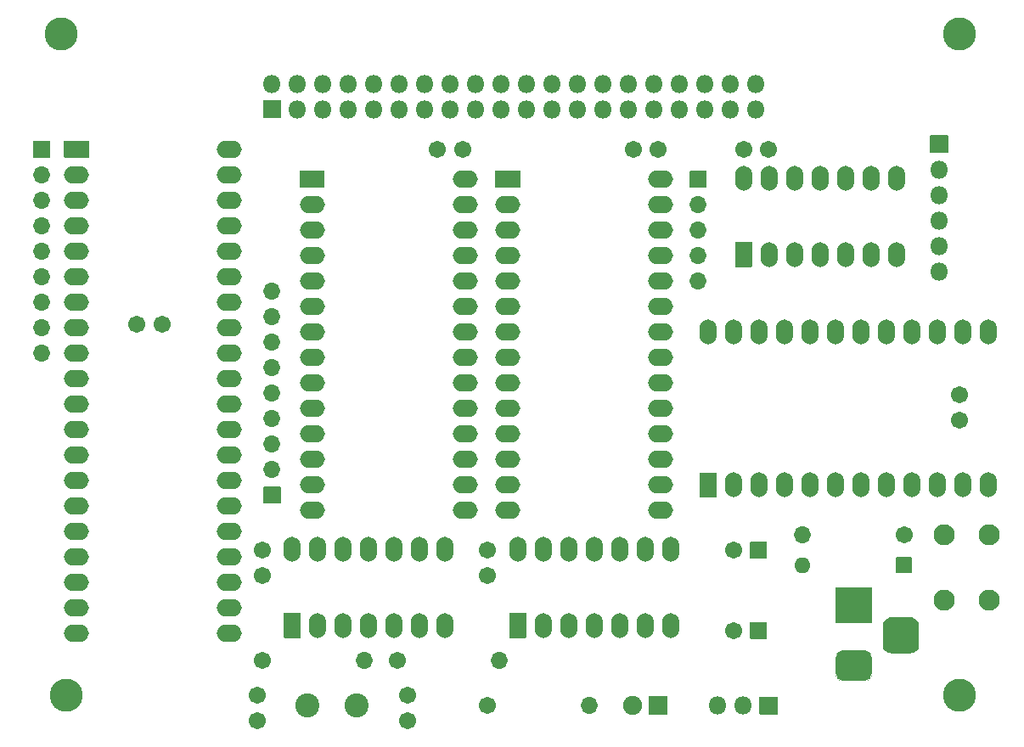
<source format=gts>
G04 #@! TF.GenerationSoftware,KiCad,Pcbnew,(5.1.10-1-10_14)*
G04 #@! TF.CreationDate,2021-12-18T16:14:33+09:00*
G04 #@! TF.ProjectId,K65-SBC,4b36352d-5342-4432-9e6b-696361645f70,rev?*
G04 #@! TF.SameCoordinates,PX5f5e100PY7a12000*
G04 #@! TF.FileFunction,Soldermask,Top*
G04 #@! TF.FilePolarity,Negative*
%FSLAX46Y46*%
G04 Gerber Fmt 4.6, Leading zero omitted, Abs format (unit mm)*
G04 Created by KiCad (PCBNEW (5.1.10-1-10_14)) date 2021-12-18 16:14:33*
%MOMM*%
%LPD*%
G01*
G04 APERTURE LIST*
%ADD10O,2.502000X1.702000*%
%ADD11C,2.402000*%
%ADD12O,1.702000X2.502000*%
%ADD13O,1.802000X1.802000*%
%ADD14C,2.102000*%
%ADD15O,1.702000X1.702000*%
%ADD16C,1.702000*%
%ADD17C,3.302000*%
%ADD18C,1.902000*%
%ADD19O,1.602000X1.602000*%
%ADD20C,0.100000*%
G04 APERTURE END LIST*
D10*
X64740000Y56000000D03*
X49500000Y22980000D03*
X64740000Y53460000D03*
X49500000Y25520000D03*
X64740000Y50920000D03*
X49500000Y28060000D03*
X64740000Y48380000D03*
X49500000Y30600000D03*
X64740000Y45840000D03*
X49500000Y33140000D03*
X64740000Y43300000D03*
X49500000Y35680000D03*
X64740000Y40760000D03*
X49500000Y38220000D03*
X64740000Y38220000D03*
X49500000Y40760000D03*
X64740000Y35680000D03*
X49500000Y43300000D03*
X64740000Y33140000D03*
X49500000Y45840000D03*
X64740000Y30600000D03*
X49500000Y48380000D03*
X64740000Y28060000D03*
X49500000Y50920000D03*
X64740000Y25520000D03*
X49500000Y53460000D03*
X64740000Y22980000D03*
G36*
G01*
X48249000Y55200000D02*
X48249000Y56800000D01*
G75*
G02*
X48300000Y56851000I51000J0D01*
G01*
X50700000Y56851000D01*
G75*
G02*
X50751000Y56800000I0J-51000D01*
G01*
X50751000Y55200000D01*
G75*
G02*
X50700000Y55149000I-51000J0D01*
G01*
X48300000Y55149000D01*
G75*
G02*
X48249000Y55200000I0J51000D01*
G01*
G37*
D11*
X34400000Y3500000D03*
X29500000Y3500000D03*
D12*
X28000000Y19120000D03*
X43240000Y11500000D03*
X30540000Y19120000D03*
X40700000Y11500000D03*
X33080000Y19120000D03*
X38160000Y11500000D03*
X35620000Y19120000D03*
X35620000Y11500000D03*
X38160000Y19120000D03*
X33080000Y11500000D03*
X40700000Y19120000D03*
X30540000Y11500000D03*
X43240000Y19120000D03*
G36*
G01*
X28800000Y10249000D02*
X27200000Y10249000D01*
G75*
G02*
X27149000Y10300000I0J51000D01*
G01*
X27149000Y12700000D01*
G75*
G02*
X27200000Y12751000I51000J0D01*
G01*
X28800000Y12751000D01*
G75*
G02*
X28851000Y12700000I0J-51000D01*
G01*
X28851000Y10300000D01*
G75*
G02*
X28800000Y10249000I-51000J0D01*
G01*
G37*
X50500000Y19120000D03*
X65740000Y11500000D03*
X53040000Y19120000D03*
X63200000Y11500000D03*
X55580000Y19120000D03*
X60660000Y11500000D03*
X58120000Y19120000D03*
X58120000Y11500000D03*
X60660000Y19120000D03*
X55580000Y11500000D03*
X63200000Y19120000D03*
X53040000Y11500000D03*
X65740000Y19120000D03*
G36*
G01*
X51300000Y10249000D02*
X49700000Y10249000D01*
G75*
G02*
X49649000Y10300000I0J51000D01*
G01*
X49649000Y12700000D01*
G75*
G02*
X49700000Y12751000I51000J0D01*
G01*
X51300000Y12751000D01*
G75*
G02*
X51351000Y12700000I0J-51000D01*
G01*
X51351000Y10300000D01*
G75*
G02*
X51300000Y10249000I-51000J0D01*
G01*
G37*
X73000000Y56120000D03*
X88240000Y48500000D03*
X75540000Y56120000D03*
X85700000Y48500000D03*
X78080000Y56120000D03*
X83160000Y48500000D03*
X80620000Y56120000D03*
X80620000Y48500000D03*
X83160000Y56120000D03*
X78080000Y48500000D03*
X85700000Y56120000D03*
X75540000Y48500000D03*
X88240000Y56120000D03*
G36*
G01*
X73800000Y47249000D02*
X72200000Y47249000D01*
G75*
G02*
X72149000Y47300000I0J51000D01*
G01*
X72149000Y49700000D01*
G75*
G02*
X72200000Y49751000I51000J0D01*
G01*
X73800000Y49751000D01*
G75*
G02*
X73851000Y49700000I0J-51000D01*
G01*
X73851000Y47300000D01*
G75*
G02*
X73800000Y47249000I-51000J0D01*
G01*
G37*
D10*
X21740000Y59000000D03*
X6500000Y10740000D03*
X21740000Y56460000D03*
X6500000Y13280000D03*
X21740000Y53920000D03*
X6500000Y15820000D03*
X21740000Y51380000D03*
X6500000Y18360000D03*
X21740000Y48840000D03*
X6500000Y20900000D03*
X21740000Y46300000D03*
X6500000Y23440000D03*
X21740000Y43760000D03*
X6500000Y25980000D03*
X21740000Y41220000D03*
X6500000Y28520000D03*
X21740000Y38680000D03*
X6500000Y31060000D03*
X21740000Y36140000D03*
X6500000Y33600000D03*
X21740000Y33600000D03*
X6500000Y36140000D03*
X21740000Y31060000D03*
X6500000Y38680000D03*
X21740000Y28520000D03*
X6500000Y41220000D03*
X21740000Y25980000D03*
X6500000Y43760000D03*
X21740000Y23440000D03*
X6500000Y46300000D03*
X21740000Y20900000D03*
X6500000Y48840000D03*
X21740000Y18360000D03*
X6500000Y51380000D03*
X21740000Y15820000D03*
X6500000Y53920000D03*
X21740000Y13280000D03*
X6500000Y56460000D03*
X21740000Y10740000D03*
G36*
G01*
X5249000Y58200000D02*
X5249000Y59800000D01*
G75*
G02*
X5300000Y59851000I51000J0D01*
G01*
X7700000Y59851000D01*
G75*
G02*
X7751000Y59800000I0J-51000D01*
G01*
X7751000Y58200000D01*
G75*
G02*
X7700000Y58149000I-51000J0D01*
G01*
X5300000Y58149000D01*
G75*
G02*
X5249000Y58200000I0J51000D01*
G01*
G37*
D12*
X69500000Y40740000D03*
X97440000Y25500000D03*
X72040000Y40740000D03*
X94900000Y25500000D03*
X74580000Y40740000D03*
X92360000Y25500000D03*
X77120000Y40740000D03*
X89820000Y25500000D03*
X79660000Y40740000D03*
X87280000Y25500000D03*
X82200000Y40740000D03*
X84740000Y25500000D03*
X84740000Y40740000D03*
X82200000Y25500000D03*
X87280000Y40740000D03*
X79660000Y25500000D03*
X89820000Y40740000D03*
X77120000Y25500000D03*
X92360000Y40740000D03*
X74580000Y25500000D03*
X94900000Y40740000D03*
X72040000Y25500000D03*
X97440000Y40740000D03*
G36*
G01*
X70300000Y24249000D02*
X68700000Y24249000D01*
G75*
G02*
X68649000Y24300000I0J51000D01*
G01*
X68649000Y26700000D01*
G75*
G02*
X68700000Y26751000I51000J0D01*
G01*
X70300000Y26751000D01*
G75*
G02*
X70351000Y26700000I0J-51000D01*
G01*
X70351000Y24300000D01*
G75*
G02*
X70300000Y24249000I-51000J0D01*
G01*
G37*
D10*
X45240000Y56000000D03*
X30000000Y22980000D03*
X45240000Y53460000D03*
X30000000Y25520000D03*
X45240000Y50920000D03*
X30000000Y28060000D03*
X45240000Y48380000D03*
X30000000Y30600000D03*
X45240000Y45840000D03*
X30000000Y33140000D03*
X45240000Y43300000D03*
X30000000Y35680000D03*
X45240000Y40760000D03*
X30000000Y38220000D03*
X45240000Y38220000D03*
X30000000Y40760000D03*
X45240000Y35680000D03*
X30000000Y43300000D03*
X45240000Y33140000D03*
X30000000Y45840000D03*
X45240000Y30600000D03*
X30000000Y48380000D03*
X45240000Y28060000D03*
X30000000Y50920000D03*
X45240000Y25520000D03*
X30000000Y53460000D03*
X45240000Y22980000D03*
G36*
G01*
X28749000Y55200000D02*
X28749000Y56800000D01*
G75*
G02*
X28800000Y56851000I51000J0D01*
G01*
X31200000Y56851000D01*
G75*
G02*
X31251000Y56800000I0J-51000D01*
G01*
X31251000Y55200000D01*
G75*
G02*
X31200000Y55149000I-51000J0D01*
G01*
X28800000Y55149000D01*
G75*
G02*
X28749000Y55200000I0J51000D01*
G01*
G37*
D13*
X70420000Y3500000D03*
X72960000Y3500000D03*
G36*
G01*
X74650000Y4401000D02*
X76350000Y4401000D01*
G75*
G02*
X76401000Y4350000I0J-51000D01*
G01*
X76401000Y2650000D01*
G75*
G02*
X76350000Y2599000I-51000J0D01*
G01*
X74650000Y2599000D01*
G75*
G02*
X74599000Y2650000I0J51000D01*
G01*
X74599000Y4350000D01*
G75*
G02*
X74650000Y4401000I51000J0D01*
G01*
G37*
D14*
X97500000Y14000000D03*
X93000000Y14000000D03*
X97500000Y20500000D03*
X93000000Y20500000D03*
D15*
X26000000Y44820000D03*
X26000000Y42280000D03*
X26000000Y39740000D03*
X26000000Y37200000D03*
X26000000Y34660000D03*
X26000000Y32120000D03*
X26000000Y29580000D03*
X26000000Y27040000D03*
G36*
G01*
X26800000Y23649000D02*
X25200000Y23649000D01*
G75*
G02*
X25149000Y23700000I0J51000D01*
G01*
X25149000Y25300000D01*
G75*
G02*
X25200000Y25351000I51000J0D01*
G01*
X26800000Y25351000D01*
G75*
G02*
X26851000Y25300000I0J-51000D01*
G01*
X26851000Y23700000D01*
G75*
G02*
X26800000Y23649000I-51000J0D01*
G01*
G37*
X3000000Y38680000D03*
X3000000Y41220000D03*
X3000000Y43760000D03*
X3000000Y46300000D03*
X3000000Y48840000D03*
X3000000Y51380000D03*
X3000000Y53920000D03*
X3000000Y56460000D03*
G36*
G01*
X2200000Y59851000D02*
X3800000Y59851000D01*
G75*
G02*
X3851000Y59800000I0J-51000D01*
G01*
X3851000Y58200000D01*
G75*
G02*
X3800000Y58149000I-51000J0D01*
G01*
X2200000Y58149000D01*
G75*
G02*
X2149000Y58200000I0J51000D01*
G01*
X2149000Y59800000D01*
G75*
G02*
X2200000Y59851000I51000J0D01*
G01*
G37*
X68500000Y45840000D03*
X68500000Y48380000D03*
X68500000Y50920000D03*
X68500000Y53460000D03*
G36*
G01*
X67700000Y56851000D02*
X69300000Y56851000D01*
G75*
G02*
X69351000Y56800000I0J-51000D01*
G01*
X69351000Y55200000D01*
G75*
G02*
X69300000Y55149000I-51000J0D01*
G01*
X67700000Y55149000D01*
G75*
G02*
X67649000Y55200000I0J51000D01*
G01*
X67649000Y56800000D01*
G75*
G02*
X67700000Y56851000I51000J0D01*
G01*
G37*
X57660000Y3500000D03*
D16*
X47500000Y3500000D03*
D15*
X35160000Y8000000D03*
D16*
X25000000Y8000000D03*
D15*
X48660000Y8000000D03*
D16*
X38500000Y8000000D03*
D15*
X78840000Y20500000D03*
D16*
X89000000Y20500000D03*
G36*
G01*
X89600500Y8699000D02*
X87799500Y8699000D01*
G75*
G02*
X86899000Y9599500I0J900500D01*
G01*
X86899000Y11400500D01*
G75*
G02*
X87799500Y12301000I900500J0D01*
G01*
X89600500Y12301000D01*
G75*
G02*
X90501000Y11400500I0J-900500D01*
G01*
X90501000Y9599500D01*
G75*
G02*
X89600500Y8699000I-900500J0D01*
G01*
G37*
G36*
G01*
X85025500Y5949000D02*
X82974500Y5949000D01*
G75*
G02*
X82199000Y6724500I0J775500D01*
G01*
X82199000Y8275500D01*
G75*
G02*
X82974500Y9051000I775500J0D01*
G01*
X85025500Y9051000D01*
G75*
G02*
X85801000Y8275500I0J-775500D01*
G01*
X85801000Y6724500D01*
G75*
G02*
X85025500Y5949000I-775500J0D01*
G01*
G37*
G36*
G01*
X85750000Y11699000D02*
X82250000Y11699000D01*
G75*
G02*
X82199000Y11750000I0J51000D01*
G01*
X82199000Y15250000D01*
G75*
G02*
X82250000Y15301000I51000J0D01*
G01*
X85750000Y15301000D01*
G75*
G02*
X85801000Y15250000I0J-51000D01*
G01*
X85801000Y11750000D01*
G75*
G02*
X85750000Y11699000I-51000J0D01*
G01*
G37*
D13*
X74260000Y65540000D03*
X74260000Y63000000D03*
X71720000Y65540000D03*
X71720000Y63000000D03*
X69180000Y65540000D03*
X69180000Y63000000D03*
X66640000Y65540000D03*
X66640000Y63000000D03*
X64100000Y65540000D03*
X64100000Y63000000D03*
X61560000Y65540000D03*
X61560000Y63000000D03*
X59020000Y65540000D03*
X59020000Y63000000D03*
X56480000Y65540000D03*
X56480000Y63000000D03*
X53940000Y65540000D03*
X53940000Y63000000D03*
X51400000Y65540000D03*
X51400000Y63000000D03*
X48860000Y65540000D03*
X48860000Y63000000D03*
X46320000Y65540000D03*
X46320000Y63000000D03*
X43780000Y65540000D03*
X43780000Y63000000D03*
X41240000Y65540000D03*
X41240000Y63000000D03*
X38700000Y65540000D03*
X38700000Y63000000D03*
X36160000Y65540000D03*
X36160000Y63000000D03*
X33620000Y65540000D03*
X33620000Y63000000D03*
X31080000Y65540000D03*
X31080000Y63000000D03*
X28540000Y65540000D03*
X28540000Y63000000D03*
X26000000Y65540000D03*
G36*
G01*
X26850000Y62099000D02*
X25150000Y62099000D01*
G75*
G02*
X25099000Y62150000I0J51000D01*
G01*
X25099000Y63850000D01*
G75*
G02*
X25150000Y63901000I51000J0D01*
G01*
X26850000Y63901000D01*
G75*
G02*
X26901000Y63850000I0J-51000D01*
G01*
X26901000Y62150000D01*
G75*
G02*
X26850000Y62099000I-51000J0D01*
G01*
G37*
X92500000Y46800000D03*
X92500000Y49340000D03*
X92500000Y51880000D03*
X92500000Y54420000D03*
X92500000Y56960000D03*
G36*
G01*
X91599000Y58650000D02*
X91599000Y60350000D01*
G75*
G02*
X91650000Y60401000I51000J0D01*
G01*
X93350000Y60401000D01*
G75*
G02*
X93401000Y60350000I0J-51000D01*
G01*
X93401000Y58650000D01*
G75*
G02*
X93350000Y58599000I-51000J0D01*
G01*
X91650000Y58599000D01*
G75*
G02*
X91599000Y58650000I0J51000D01*
G01*
G37*
D17*
X94500000Y4500000D03*
X5000000Y70500000D03*
X94500000Y70500000D03*
X5500000Y4500000D03*
D18*
X61960000Y3500000D03*
G36*
G01*
X65451000Y4400000D02*
X65451000Y2600000D01*
G75*
G02*
X65400000Y2549000I-51000J0D01*
G01*
X63600000Y2549000D01*
G75*
G02*
X63549000Y2600000I0J51000D01*
G01*
X63549000Y4400000D01*
G75*
G02*
X63600000Y4451000I51000J0D01*
G01*
X65400000Y4451000D01*
G75*
G02*
X65451000Y4400000I0J-51000D01*
G01*
G37*
D19*
X78840000Y17500000D03*
G36*
G01*
X89801000Y18250000D02*
X89801000Y16750000D01*
G75*
G02*
X89750000Y16699000I-51000J0D01*
G01*
X88250000Y16699000D01*
G75*
G02*
X88199000Y16750000I0J51000D01*
G01*
X88199000Y18250000D01*
G75*
G02*
X88250000Y18301000I51000J0D01*
G01*
X89750000Y18301000D01*
G75*
G02*
X89801000Y18250000I0J-51000D01*
G01*
G37*
D16*
X72000000Y11000000D03*
G36*
G01*
X75351000Y11800000D02*
X75351000Y10200000D01*
G75*
G02*
X75300000Y10149000I-51000J0D01*
G01*
X73700000Y10149000D01*
G75*
G02*
X73649000Y10200000I0J51000D01*
G01*
X73649000Y11800000D01*
G75*
G02*
X73700000Y11851000I51000J0D01*
G01*
X75300000Y11851000D01*
G75*
G02*
X75351000Y11800000I0J-51000D01*
G01*
G37*
X73000000Y59000000D03*
X75500000Y59000000D03*
X47500000Y19000000D03*
X47500000Y16500000D03*
X25000000Y19000000D03*
X25000000Y16500000D03*
X39500000Y4500000D03*
X39500000Y2000000D03*
X24500000Y4500000D03*
X24500000Y2000000D03*
X72000000Y19000000D03*
G36*
G01*
X75351000Y19800000D02*
X75351000Y18200000D01*
G75*
G02*
X75300000Y18149000I-51000J0D01*
G01*
X73700000Y18149000D01*
G75*
G02*
X73649000Y18200000I0J51000D01*
G01*
X73649000Y19800000D01*
G75*
G02*
X73700000Y19851000I51000J0D01*
G01*
X75300000Y19851000D01*
G75*
G02*
X75351000Y19800000I0J-51000D01*
G01*
G37*
X45000000Y59000000D03*
X42500000Y59000000D03*
X64500000Y59000000D03*
X62000000Y59000000D03*
X94500000Y34500000D03*
X94500000Y32000000D03*
X12500000Y41500000D03*
X15000000Y41500000D03*
D20*
G36*
X82200990Y6724696D02*
G01*
X82215871Y6573602D01*
X82259888Y6428498D01*
X82331366Y6294771D01*
X82427560Y6177560D01*
X82544771Y6081366D01*
X82678498Y6009888D01*
X82823602Y5965871D01*
X82974696Y5950990D01*
X82976322Y5949825D01*
X82976126Y5947835D01*
X82974500Y5947000D01*
X82918140Y5947000D01*
X82917944Y5947010D01*
X82772825Y5961303D01*
X82772440Y5961379D01*
X82638794Y6001920D01*
X82638432Y6002070D01*
X82515273Y6067900D01*
X82514947Y6068118D01*
X82406991Y6156714D01*
X82406714Y6156991D01*
X82318118Y6264947D01*
X82317900Y6265273D01*
X82252070Y6388432D01*
X82251920Y6388794D01*
X82211379Y6522440D01*
X82211303Y6522825D01*
X82197010Y6667944D01*
X82197000Y6668140D01*
X82197000Y6724500D01*
X82198000Y6726232D01*
X82200000Y6726232D01*
X82200990Y6724696D01*
G37*
G36*
X85802165Y6726126D02*
G01*
X85803000Y6724500D01*
X85803000Y6668140D01*
X85802990Y6667944D01*
X85788697Y6522825D01*
X85788621Y6522440D01*
X85748080Y6388794D01*
X85747930Y6388432D01*
X85682100Y6265273D01*
X85681882Y6264947D01*
X85593286Y6156991D01*
X85593009Y6156714D01*
X85485053Y6068118D01*
X85484727Y6067900D01*
X85361568Y6002070D01*
X85361206Y6001920D01*
X85227560Y5961379D01*
X85227175Y5961303D01*
X85082056Y5947010D01*
X85081860Y5947000D01*
X85025500Y5947000D01*
X85023768Y5948000D01*
X85023768Y5950000D01*
X85025304Y5950990D01*
X85176398Y5965871D01*
X85321502Y6009888D01*
X85455229Y6081366D01*
X85572440Y6177560D01*
X85668634Y6294771D01*
X85740112Y6428498D01*
X85784129Y6573602D01*
X85799010Y6724696D01*
X85800175Y6726322D01*
X85802165Y6726126D01*
G37*
G36*
X82976232Y9052000D02*
G01*
X82976232Y9050000D01*
X82974696Y9049010D01*
X82823602Y9034129D01*
X82678498Y8990112D01*
X82544771Y8918634D01*
X82427560Y8822440D01*
X82331366Y8705229D01*
X82259888Y8571502D01*
X82215871Y8426398D01*
X82200990Y8275304D01*
X82199825Y8273678D01*
X82197835Y8273874D01*
X82197000Y8275500D01*
X82197000Y8331860D01*
X82197010Y8332056D01*
X82211303Y8477175D01*
X82211379Y8477560D01*
X82251920Y8611206D01*
X82252070Y8611568D01*
X82317900Y8734727D01*
X82318118Y8735053D01*
X82406714Y8843009D01*
X82406991Y8843286D01*
X82514947Y8931882D01*
X82515273Y8932100D01*
X82638432Y8997930D01*
X82638794Y8998080D01*
X82772440Y9038621D01*
X82772825Y9038697D01*
X82917944Y9052990D01*
X82918140Y9053000D01*
X82974500Y9053000D01*
X82976232Y9052000D01*
G37*
G36*
X85082056Y9052990D02*
G01*
X85227175Y9038697D01*
X85227560Y9038621D01*
X85361206Y8998080D01*
X85361568Y8997930D01*
X85484727Y8932100D01*
X85485053Y8931882D01*
X85593009Y8843286D01*
X85593286Y8843009D01*
X85681882Y8735053D01*
X85682100Y8734727D01*
X85747930Y8611568D01*
X85748080Y8611206D01*
X85788621Y8477560D01*
X85788697Y8477175D01*
X85802990Y8332056D01*
X85803000Y8331860D01*
X85803000Y8275500D01*
X85802000Y8273768D01*
X85800000Y8273768D01*
X85799010Y8275304D01*
X85784129Y8426398D01*
X85740112Y8571502D01*
X85668634Y8705229D01*
X85572440Y8822440D01*
X85455229Y8918634D01*
X85321502Y8990112D01*
X85176398Y9034129D01*
X85025304Y9049010D01*
X85023678Y9050175D01*
X85023874Y9052165D01*
X85025500Y9053000D01*
X85081860Y9053000D01*
X85082056Y9052990D01*
G37*
G36*
X86900990Y9599696D02*
G01*
X86918273Y9424216D01*
X86969403Y9255663D01*
X87052433Y9100325D01*
X87164171Y8964171D01*
X87300325Y8852433D01*
X87455663Y8769403D01*
X87624216Y8718273D01*
X87799696Y8700990D01*
X87801322Y8699825D01*
X87801126Y8697835D01*
X87799500Y8697000D01*
X87743140Y8697000D01*
X87742944Y8697010D01*
X87573438Y8713705D01*
X87573053Y8713781D01*
X87415959Y8761435D01*
X87415597Y8761585D01*
X87270826Y8838967D01*
X87270500Y8839185D01*
X87143603Y8943326D01*
X87143326Y8943603D01*
X87039185Y9070500D01*
X87038967Y9070826D01*
X86961585Y9215597D01*
X86961435Y9215959D01*
X86913781Y9373053D01*
X86913705Y9373438D01*
X86897010Y9542944D01*
X86897000Y9543140D01*
X86897000Y9599500D01*
X86898000Y9601232D01*
X86900000Y9601232D01*
X86900990Y9599696D01*
G37*
G36*
X90502165Y9601126D02*
G01*
X90503000Y9599500D01*
X90503000Y9543140D01*
X90502990Y9542944D01*
X90486295Y9373438D01*
X90486219Y9373053D01*
X90438565Y9215959D01*
X90438415Y9215597D01*
X90361033Y9070826D01*
X90360815Y9070500D01*
X90256674Y8943603D01*
X90256397Y8943326D01*
X90129500Y8839185D01*
X90129174Y8838967D01*
X89984403Y8761585D01*
X89984041Y8761435D01*
X89826947Y8713781D01*
X89826562Y8713705D01*
X89657056Y8697010D01*
X89656860Y8697000D01*
X89600500Y8697000D01*
X89598768Y8698000D01*
X89598768Y8700000D01*
X89600304Y8700990D01*
X89775784Y8718273D01*
X89944337Y8769403D01*
X90099675Y8852433D01*
X90235829Y8964171D01*
X90347567Y9100325D01*
X90430597Y9255663D01*
X90481727Y9424216D01*
X90499010Y9599696D01*
X90500175Y9601322D01*
X90502165Y9601126D01*
G37*
G36*
X87801232Y12302000D02*
G01*
X87801232Y12300000D01*
X87799696Y12299010D01*
X87624216Y12281727D01*
X87455663Y12230597D01*
X87300325Y12147567D01*
X87164171Y12035829D01*
X87052433Y11899675D01*
X86969403Y11744337D01*
X86918273Y11575784D01*
X86900990Y11400304D01*
X86899825Y11398678D01*
X86897835Y11398874D01*
X86897000Y11400500D01*
X86897000Y11456860D01*
X86897010Y11457056D01*
X86913705Y11626562D01*
X86913781Y11626947D01*
X86961435Y11784041D01*
X86961585Y11784403D01*
X87038967Y11929174D01*
X87039185Y11929500D01*
X87143326Y12056397D01*
X87143603Y12056674D01*
X87270500Y12160815D01*
X87270826Y12161033D01*
X87415597Y12238415D01*
X87415959Y12238565D01*
X87573053Y12286219D01*
X87573438Y12286295D01*
X87742944Y12302990D01*
X87743140Y12303000D01*
X87799500Y12303000D01*
X87801232Y12302000D01*
G37*
G36*
X89657056Y12302990D02*
G01*
X89826562Y12286295D01*
X89826947Y12286219D01*
X89984041Y12238565D01*
X89984403Y12238415D01*
X90129174Y12161033D01*
X90129500Y12160815D01*
X90256397Y12056674D01*
X90256674Y12056397D01*
X90360815Y11929500D01*
X90361033Y11929174D01*
X90438415Y11784403D01*
X90438565Y11784041D01*
X90486219Y11626947D01*
X90486295Y11626562D01*
X90502990Y11457056D01*
X90503000Y11456860D01*
X90503000Y11400500D01*
X90502000Y11398768D01*
X90500000Y11398768D01*
X90499010Y11400304D01*
X90481727Y11575784D01*
X90430597Y11744337D01*
X90347567Y11899675D01*
X90235829Y12035829D01*
X90099675Y12147567D01*
X89944337Y12230597D01*
X89775784Y12281727D01*
X89600304Y12299010D01*
X89598678Y12300175D01*
X89598874Y12302165D01*
X89600500Y12303000D01*
X89656860Y12303000D01*
X89657056Y12302990D01*
G37*
M02*

</source>
